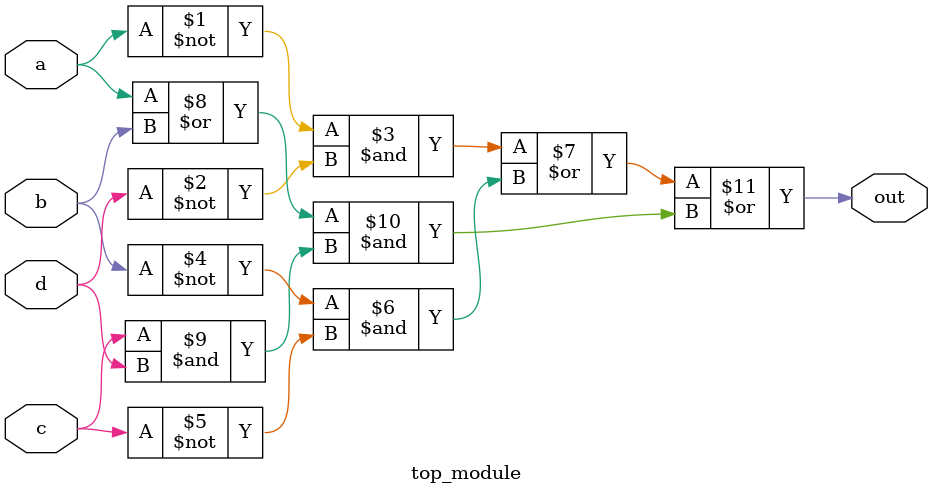
<source format=v>
module top_module(
    input a,
    input b,
    input c,
    input d,
    output out  ); 
    
    assign out = ~a&~d|~b&~c|(a|b)&(c&d);

endmodule

</source>
